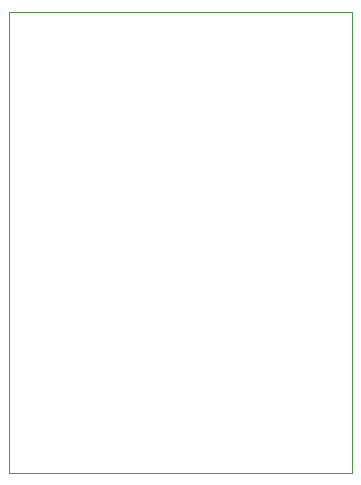
<source format=gbr>
%TF.GenerationSoftware,KiCad,Pcbnew,(7.0.0)*%
%TF.CreationDate,2023-04-05T21:34:04+03:00*%
%TF.ProjectId,cncd-esp01-board,636e6364-2d65-4737-9030-312d626f6172,rev?*%
%TF.SameCoordinates,Original*%
%TF.FileFunction,Profile,NP*%
%FSLAX46Y46*%
G04 Gerber Fmt 4.6, Leading zero omitted, Abs format (unit mm)*
G04 Created by KiCad (PCBNEW (7.0.0)) date 2023-04-05 21:34:04*
%MOMM*%
%LPD*%
G01*
G04 APERTURE LIST*
%TA.AperFunction,Profile*%
%ADD10C,0.100000*%
%TD*%
G04 APERTURE END LIST*
D10*
X0Y0D02*
X29000000Y0D01*
X0Y-39000000D02*
X0Y0D01*
X29000000Y-39000000D02*
X0Y-39000000D01*
X29000000Y0D02*
X29000000Y-39000000D01*
M02*

</source>
